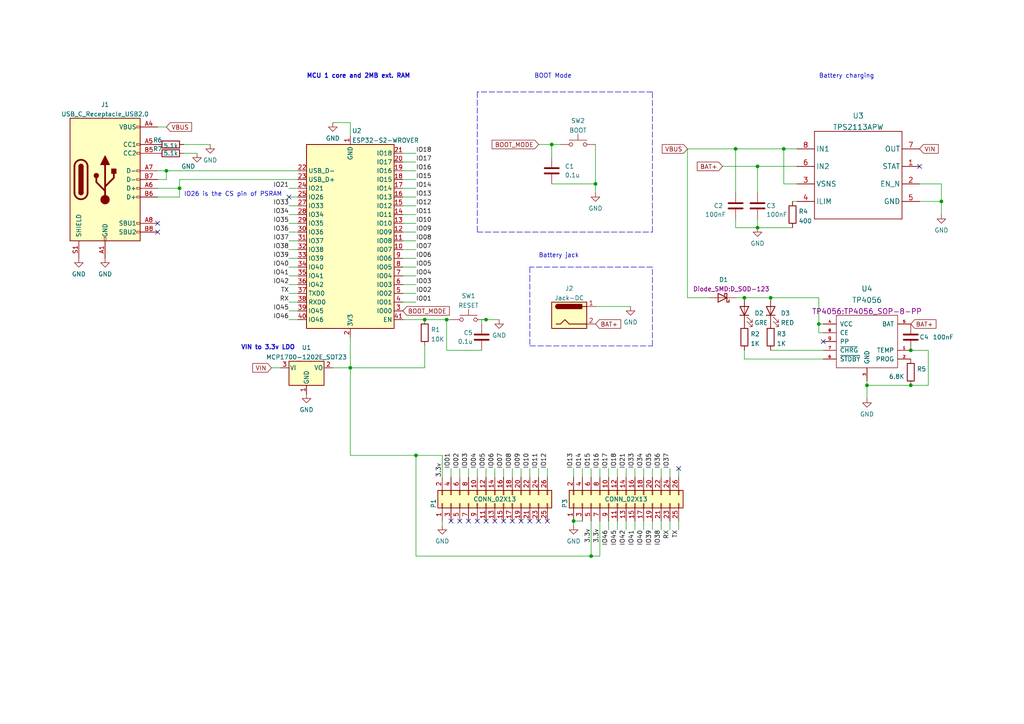
<source format=kicad_sch>
(kicad_sch (version 20211123) (generator eeschema)
  (paper "A4")
  (title_block (title "ESP32S2-WROVER dev board") (date "2022-02-01") (rev "V1.0") (company "FASANI CORP.") (comment 9 "Designed by Martin & Carlos Fasani"))
  (lib_symbols
    (symbol "Connector:Jack-DC" (pin_names (offset 1.016))
      (property "Reference" "J" (at 0 5.334 0))
      (property "Value" "Jack-DC" (at 0 -5.08 0))
      (symbol "Jack-DC_0_1"
        (rectangle (start -5.08 3.81) (end 5.08 -3.81) (stroke (width 0.254)) (fill (type background)))
        (arc (start -3.302 3.175) (mid -3.937 2.54) (end -3.302 1.905) (stroke (width 0.254)))
        (arc (start -3.302 3.175) (mid -3.937 2.54) (end -3.302 1.905) (stroke (width 0.254)) (fill (type outline)))
        (polyline (pts (xy 5.08 2.54) (xy 3.81 2.54)) (stroke (width 0.254)))
        (polyline (pts (xy -3.81 -2.54) (xy -2.54 -2.54) (xy -1.27 -1.27) (xy 0 -2.54) (xy 2.54 -2.54) (xy 5.08 -2.54)) (stroke (width 0.254)))
        (rectangle (start 3.683 3.175) (end -3.302 1.905) (stroke (width 0.254)) (fill (type outline)))
      )
      (symbol "Jack-DC_1_1"
        (pin passive line (at 7.62 2.54 180) (length 2.54) (name "~") (number "1"))
        (pin passive line (at 7.62 -2.54 180) (length 2.54) (name "~") (number "2"))
      )
    )
    (symbol "Connector:USB_C_Receptacle_USB2.0" (pin_names (offset 1.016))
      (property "Reference" "J1" (at 0 21.7465 0))
      (property "Value" "USB_C_Receptacle_USB2.0" (at 0 18.9714 0))
      (symbol "USB_C_Receptacle_USB2.0_0_0"
        (rectangle (start -0.254 -17.78) (end 0.254 -16.764))
        (rectangle (start 10.16 -14.986) (end 9.144 -15.494))
        (rectangle (start 10.16 -12.446) (end 9.144 -12.954))
        (rectangle (start 10.16 -4.826) (end 9.144 -5.334))
        (rectangle (start 10.16 -2.286) (end 9.144 -2.794))
        (rectangle (start 10.16 0.254) (end 9.144 -0.254))
        (rectangle (start 10.16 2.794) (end 9.144 2.286))
        (rectangle (start 10.16 7.874) (end 9.144 7.366))
        (rectangle (start 10.16 10.414) (end 9.144 9.906))
        (rectangle (start 10.16 15.494) (end 9.144 14.986))
      )
      (symbol "USB_C_Receptacle_USB2.0_0_1"
        (rectangle (start -10.16 17.78) (end 10.16 -17.78) (stroke (width 0.254)) (fill (type background)))
        (arc (start -8.89 -3.81) (mid -6.985 -5.715) (end -5.08 -3.81) (stroke (width 0.508)))
        (arc (start -7.62 -3.81) (mid -6.985 -4.445) (end -6.35 -3.81) (stroke (width 0.254)))
        (arc (start -7.62 -3.81) (mid -6.985 -4.445) (end -6.35 -3.81) (stroke (width 0.254)) (fill (type outline)))
        (rectangle (start -7.62 -3.81) (end -6.35 3.81) (stroke (width 0.254)) (fill (type outline)))
        (arc (start -6.35 3.81) (mid -6.985 4.445) (end -7.62 3.81) (stroke (width 0.254)))
        (arc (start -6.35 3.81) (mid -6.985 4.445) (end -7.62 3.81) (stroke (width 0.254)) (fill (type outline)))
        (arc (start -5.08 3.81) (mid -6.985 5.715) (end -8.89 3.81) (stroke (width 0.508)))
        (circle (center -2.54 1.143) (radius 0.635) (stroke (width 0.254)) (fill (type outline)))
        (circle (center 0 -5.842) (radius 1.27) (fill (type outline)))
        (polyline (pts (xy -8.89 -3.81) (xy -8.89 3.81)) (stroke (width 0.508)))
        (polyline (pts (xy -5.08 3.81) (xy -5.08 -3.81)) (stroke (width 0.508)))
        (polyline (pts (xy 0 -5.842) (xy 0 4.318)) (stroke (width 0.508)))
        (polyline (pts (xy 0 -3.302) (xy -2.54 -0.762) (xy -2.54 0.508)) (stroke (width 0.508)))
        (polyline (pts (xy 0 -2.032) (xy 2.54 0.508) (xy 2.54 1.778)) (stroke (width 0.508)))
        (polyline (pts (xy -1.27 4.318) (xy 0 6.858) (xy 1.27 4.318) (xy -1.27 4.318)) (stroke (width 0.254)) (fill (type outline)))
        (rectangle (start 1.905 1.778) (end 3.175 3.048) (stroke (width 0.254)) (fill (type outline)))
      )
      (symbol "USB_C_Receptacle_USB2.0_1_1"
        (pin passive line (at 0 -22.86 90) (length 5.08) (name "GND") (number "A1"))
        (pin passive line (at 0 -22.86 90) (length 5.08) hide (name "GND") (number "A12"))
        (pin passive line (at 15.24 15.24 180) (length 5.08) (name "VBUS") (number "A4"))
        (pin bidirectional line (at 15.24 10.16 180) (length 5.08) (name "CC1") (number "A5"))
        (pin bidirectional line (at 15.24 -2.54 180) (length 5.08) (name "D+") (number "A6"))
        (pin bidirectional line (at 15.24 2.54 180) (length 5.08) (name "D-") (number "A7"))
        (pin bidirectional line (at 15.24 -12.7 180) (length 5.08) (name "SBU1") (number "A8"))
        (pin power_out line (at 15.24 15.24 180) (length 5.08) hide (name "VBUS") (number "A9"))
        (pin passive line (at 0 -22.86 90) (length 5.08) hide (name "GND") (number "B1"))
        (pin passive line (at 0 -22.86 90) (length 5.08) hide (name "GND") (number "B12"))
        (pin passive line (at 15.24 15.24 180) (length 5.08) hide (name "VBUS") (number "B4"))
        (pin bidirectional line (at 15.24 7.62 180) (length 5.08) (name "CC2") (number "B5"))
        (pin bidirectional line (at 15.24 -5.08 180) (length 5.08) (name "D+") (number "B6"))
        (pin bidirectional line (at 15.24 0 180) (length 5.08) (name "D-") (number "B7"))
        (pin bidirectional line (at 15.24 -15.24 180) (length 5.08) (name "SBU2") (number "B8"))
        (pin passive line (at 15.24 15.24 180) (length 5.08) hide (name "VBUS") (number "B9"))
        (pin passive line (at -7.62 -22.86 90) (length 5.08) (name "SHIELD") (number "S1"))
      )
    )
    (symbol "Connector_Generic:Conn_02x13_Odd_Even" (pin_names (offset 1.016) hide)
      (property "Reference" "J" (at 1.27 17.78 0))
      (property "Value" "Conn_02x13_Odd_Even" (at 1.27 -17.78 0))
      (symbol "Conn_02x13_Odd_Even_1_1"
        (rectangle (start -1.27 -15.113) (end 0 -15.367) (stroke (width 0.1524)))
        (rectangle (start -1.27 -12.573) (end 0 -12.827) (stroke (width 0.1524)))
        (rectangle (start -1.27 -10.033) (end 0 -10.287) (stroke (width 0.1524)))
        (rectangle (start -1.27 -7.493) (end 0 -7.747) (stroke (width 0.1524)))
        (rectangle (start -1.27 -4.953) (end 0 -5.207) (stroke (width 0.1524)))
        (rectangle (start -1.27 -2.413) (end 0 -2.667) (stroke (width 0.1524)))
        (rectangle (start -1.27 0.127) (end 0 -0.127) (stroke (width 0.1524)))
        (rectangle (start -1.27 2.667) (end 0 2.413) (stroke (width 0.1524)))
        (rectangle (start -1.27 5.207) (end 0 4.953) (stroke (width 0.1524)))
        (rectangle (start -1.27 7.747) (end 0 7.493) (stroke (width 0.1524)))
        (rectangle (start -1.27 10.287) (end 0 10.033) (stroke (width 0.1524)))
        (rectangle (start -1.27 12.827) (end 0 12.573) (stroke (width 0.1524)))
        (rectangle (start -1.27 15.367) (end 0 15.113) (stroke (width 0.1524)))
        (rectangle (start -1.27 16.51) (end 3.81 -16.51) (stroke (width 0.254)) (fill (type background)))
        (rectangle (start 3.81 -15.113) (end 2.54 -15.367) (stroke (width 0.1524)))
        (rectangle (start 3.81 -12.573) (end 2.54 -12.827) (stroke (width 0.1524)))
        (rectangle (start 3.81 -10.033) (end 2.54 -10.287) (stroke (width 0.1524)))
        (rectangle (start 3.81 -7.493) (end 2.54 -7.747) (stroke (width 0.1524)))
        (rectangle (start 3.81 -4.953) (end 2.54 -5.207) (stroke (width 0.1524)))
        (rectangle (start 3.81 -2.413) (end 2.54 -2.667) (stroke (width 0.1524)))
        (rectangle (start 3.81 0.127) (end 2.54 -0.127) (stroke (width 0.1524)))
        (rectangle (start 3.81 2.667) (end 2.54 2.413) (stroke (width 0.1524)))
        (rectangle (start 3.81 5.207) (end 2.54 4.953) (stroke (width 0.1524)))
        (rectangle (start 3.81 7.747) (end 2.54 7.493) (stroke (width 0.1524)))
        (rectangle (start 3.81 10.287) (end 2.54 10.033) (stroke (width 0.1524)))
        (rectangle (start 3.81 12.827) (end 2.54 12.573) (stroke (width 0.1524)))
        (rectangle (start 3.81 15.367) (end 2.54 15.113) (stroke (width 0.1524)))
        (pin passive line (at -5.08 15.24 0) (length 3.81) (name "Pin_1") (number "1"))
        (pin passive line (at 7.62 5.08 180) (length 3.81) (name "Pin_10") (number "10"))
        (pin passive line (at -5.08 2.54 0) (length 3.81) (name "Pin_11") (number "11"))
        (pin passive line (at 7.62 2.54 180) (length 3.81) (name "Pin_12") (number "12"))
        (pin passive line (at -5.08 0 0) (length 3.81) (name "Pin_13") (number "13"))
        (pin passive line (at 7.62 0 180) (length 3.81) (name "Pin_14") (number "14"))
        (pin passive line (at -5.08 -2.54 0) (length 3.81) (name "Pin_15") (number "15"))
        (pin passive line (at 7.62 -2.54 180) (length 3.81) (name "Pin_16") (number "16"))
        (pin passive line (at -5.08 -5.08 0) (length 3.81) (name "Pin_17") (number "17"))
        (pin passive line (at 7.62 -5.08 180) (length 3.81) (name "Pin_18") (number "18"))
        (pin passive line (at -5.08 -7.62 0) (length 3.81) (name "Pin_19") (number "19"))
        (pin passive line (at 7.62 15.24 180) (length 3.81) (name "Pin_2") (number "2"))
        (pin passive line (at 7.62 -7.62 180) (length 3.81) (name "Pin_20") (number "20"))
        (pin passive line (at -5.08 -10.16 0) (length 3.81) (name "Pin_21") (number "21"))
        (pin passive line (at 7.62 -10.16 180) (length 3.81) (name "Pin_22") (number "22"))
        (pin passive line (at -5.08 -12.7 0) (length 3.81) (name "Pin_23") (number "23"))
        (pin passive line (at 7.62 -12.7 180) (length 3.81) (name "Pin_24") (number "24"))
        (pin passive line (at -5.08 -15.24 0) (length 3.81) (name "Pin_25") (number "25"))
        (pin passive line (at 7.62 -15.24 180) (length 3.81) (name "Pin_26") (number "26"))
        (pin passive line (at -5.08 12.7 0) (length 3.81) (name "Pin_3") (number "3"))
        (pin passive line (at 7.62 12.7 180) (length 3.81) (name "Pin_4") (number "4"))
        (pin passive line (at -5.08 10.16 0) (length 3.81) (name "Pin_5") (number "5"))
        (pin passive line (at 7.62 10.16 180) (length 3.81) (name "Pin_6") (number "6"))
        (pin passive line (at -5.08 7.62 0) (length 3.81) (name "Pin_7") (number "7"))
        (pin passive line (at 7.62 7.62 180) (length 3.81) (name "Pin_8") (number "8"))
        (pin passive line (at -5.08 5.08 0) (length 3.81) (name "Pin_9") (number "9"))
      )
    )
    (symbol "Device:C" (pin_numbers hide) (pin_names (offset 0.254))
      (property "Reference" "C" (at 0.635 2.54 0))
      (property "Value" "C" (at 0.635 -2.54 0))
      (symbol "C_0_1"
        (polyline (pts (xy -2.032 -0.762) (xy 2.032 -0.762)) (stroke (width 0.508)))
        (polyline (pts (xy -2.032 0.762) (xy 2.032 0.762)) (stroke (width 0.508)))
      )
      (symbol "C_1_1"
        (pin passive line (at 0 3.81 270) (length 2.794) (name "~") (number "1"))
        (pin passive line (at 0 -3.81 90) (length 2.794) (name "~") (number "2"))
      )
    )
    (symbol "Device:D_Schottky" (pin_numbers hide) (pin_names (offset 1.016) hide)
      (property "Reference" "D" (at 0 2.54 0))
      (property "Value" "D_Schottky" (at 0 -2.54 0))
      (symbol "D_Schottky_0_1"
        (polyline (pts (xy 1.27 0) (xy -1.27 0)))
        (polyline (pts (xy 1.27 1.27) (xy 1.27 -1.27) (xy -1.27 0) (xy 1.27 1.27)) (stroke (width 0.254)))
        (polyline (pts (xy -1.905 0.635) (xy -1.905 1.27) (xy -1.27 1.27) (xy -1.27 -1.27) (xy -0.635 -1.27) (xy -0.635 -0.635)) (stroke (width 0.254)))
      )
      (symbol "D_Schottky_1_1"
        (pin passive line (at -3.81 0 0) (length 2.54) (name "K") (number "1"))
        (pin passive line (at 3.81 0 180) (length 2.54) (name "A") (number "2"))
      )
    )
    (symbol "Device:LED" (pin_numbers hide) (pin_names (offset 1.016) hide)
      (property "Reference" "D" (at 0 2.54 0))
      (property "Value" "LED" (at 0 -2.54 0))
      (symbol "LED_0_1"
        (polyline (pts (xy -1.27 -1.27) (xy -1.27 1.27)) (stroke (width 0.254)))
        (polyline (pts (xy -1.27 0) (xy 1.27 0)))
        (polyline (pts (xy 1.27 -1.27) (xy 1.27 1.27) (xy -1.27 0) (xy 1.27 -1.27)) (stroke (width 0.254)))
        (polyline (pts (xy -3.048 -0.762) (xy -4.572 -2.286) (xy -3.81 -2.286) (xy -4.572 -2.286) (xy -4.572 -1.524)))
        (polyline (pts (xy -1.778 -0.762) (xy -3.302 -2.286) (xy -2.54 -2.286) (xy -3.302 -2.286) (xy -3.302 -1.524)))
      )
      (symbol "LED_1_1"
        (pin passive line (at -3.81 0 0) (length 2.54) (name "K") (number "1"))
        (pin passive line (at 3.81 0 180) (length 2.54) (name "A") (number "2"))
      )
    )
    (symbol "Device:R" (pin_numbers hide) (pin_names (offset 0))
      (property "Reference" "R" (at 2.032 0 90))
      (property "Value" "R" (at 0 0 90))
      (symbol "R_0_1"
        (rectangle (start -1.016 -2.54) (end 1.016 2.54) (stroke (width 0.254)))
      )
      (symbol "R_1_1"
        (pin passive line (at 0 3.81 270) (length 1.27) (name "~") (number "1"))
        (pin passive line (at 0 -3.81 90) (length 1.27) (name "~") (number "2"))
      )
    )
    (symbol "RF_Module:ESP32-S2-WROVER"
      (property "Reference" "U" (at -12.7 29.21 0))
      (property "Value" "ESP32-S2-WROVER" (at 2.54 29.21 0))
      (symbol "ESP32-S2-WROVER_0_1"
        (rectangle (start -12.7 27.94) (end 12.7 -25.4) (stroke (width 0.254)) (fill (type background)))
      )
      (symbol "ESP32-S2-WROVER_1_1"
        (pin power_in line (at 0 -27.94 90) (length 2.54) (name "GND") (number "1"))
        (pin bidirectional line (at -15.24 5.08 0) (length 2.54) (name "IO07") (number "10"))
        (pin bidirectional line (at -15.24 2.54 0) (length 2.54) (name "IO08") (number "11"))
        (pin bidirectional line (at -15.24 0 0) (length 2.54) (name "IO09") (number "12"))
        (pin bidirectional line (at -15.24 -2.54 0) (length 2.54) (name "IO10") (number "13"))
        (pin bidirectional line (at -15.24 -5.08 0) (length 2.54) (name "IO11") (number "14"))
        (pin bidirectional line (at -15.24 -7.62 0) (length 2.54) (name "IO12") (number "15"))
        (pin bidirectional line (at -15.24 -10.16 0) (length 2.54) (name "IO13") (number "16"))
        (pin bidirectional line (at -15.24 -12.7 0) (length 2.54) (name "IO14") (number "17"))
        (pin bidirectional line (at -15.24 -15.24 0) (length 2.54) (name "IO15") (number "18"))
        (pin bidirectional line (at -15.24 -17.78 0) (length 2.54) (name "IO16") (number "19"))
        (pin power_in line (at 0 30.48 270) (length 2.54) (name "3V3") (number "2"))
        (pin bidirectional line (at -15.24 -20.32 0) (length 2.54) (name "IO17") (number "20"))
        (pin bidirectional line (at -15.24 -22.86 0) (length 2.54) (name "IO18") (number "21"))
        (pin bidirectional line (at 15.24 -17.78 180) (length 2.54) (name "USB_D-") (number "22"))
        (pin bidirectional line (at 15.24 -15.24 180) (length 2.54) (name "USB_D+") (number "23"))
        (pin bidirectional line (at 15.24 -12.7 180) (length 2.54) (name "IO21") (number "24"))
        (pin bidirectional line (at 15.24 -10.16 180) (length 2.54) (name "IO26") (number "25"))
        (pin passive line (at 0 -27.94 90) (length 2.54) hide (name "GND") (number "26"))
        (pin bidirectional line (at 15.24 -7.62 180) (length 2.54) (name "IO33") (number "27"))
        (pin bidirectional line (at 15.24 -5.08 180) (length 2.54) (name "IO34") (number "28"))
        (pin bidirectional line (at 15.24 -2.54 180) (length 2.54) (name "IO35") (number "29"))
        (pin bidirectional line (at -15.24 22.86 0) (length 2.54) (name "IO00") (number "3"))
        (pin bidirectional line (at 15.24 0 180) (length 2.54) (name "IO36") (number "30"))
        (pin bidirectional line (at 15.24 2.54 180) (length 2.54) (name "IO37") (number "31"))
        (pin bidirectional line (at 15.24 5.08 180) (length 2.54) (name "IO38") (number "32"))
        (pin bidirectional line (at 15.24 7.62 180) (length 2.54) (name "IO39") (number "33"))
        (pin bidirectional line (at 15.24 10.16 180) (length 2.54) (name "IO40") (number "34"))
        (pin bidirectional line (at 15.24 12.7 180) (length 2.54) (name "IO41") (number "35"))
        (pin bidirectional line (at 15.24 15.24 180) (length 2.54) (name "IO42") (number "36"))
        (pin bidirectional line (at 15.24 17.78 180) (length 2.54) (name "TXD0") (number "37"))
        (pin bidirectional line (at 15.24 20.32 180) (length 2.54) (name "RXD0") (number "38"))
        (pin bidirectional line (at 15.24 22.86 180) (length 2.54) (name "IO45") (number "39"))
        (pin bidirectional line (at -15.24 20.32 0) (length 2.54) (name "IO01") (number "4"))
        (pin input line (at 15.24 25.4 180) (length 2.54) (name "IO46") (number "40"))
        (pin input line (at -15.24 25.4 0) (length 2.54) (name "EN") (number "41"))
        (pin passive line (at 0 -27.94 90) (length 2.54) hide (name "GND") (number "42"))
        (pin passive line (at 0 -27.94 90) (length 2.54) hide (name "GND") (number "43"))
        (pin bidirectional line (at -15.24 17.78 0) (length 2.54) (name "IO02") (number "5"))
        (pin bidirectional line (at -15.24 15.24 0) (length 2.54) (name "IO03") (number "6"))
        (pin bidirectional line (at -15.24 12.7 0) (length 2.54) (name "IO04") (number "7"))
        (pin bidirectional line (at -15.24 10.16 0) (length 2.54) (name "IO05") (number "8"))
        (pin bidirectional line (at -15.24 7.62 0) (length 2.54) (name "IO06") (number "9"))
      )
    )
    (symbol "Regulator_Linear:MCP1700-1202E_SOT23" (pin_names (offset 0.254))
      (property "Reference" "U" (at -3.81 3.175 0))
      (property "Value" "MCP1700-1202E_SOT23" (at 0 3.175 0))
      (symbol "MCP1700-1202E_SOT23_0_1"
        (rectangle (start -5.08 1.905) (end 5.08 -5.08) (stroke (width 0.254)) (fill (type background)))
      )
      (symbol "MCP1700-1202E_SOT23_1_1"
        (pin power_in line (at 0 -7.62 90) (length 2.54) (name "GND") (number "1"))
        (pin power_out line (at 7.62 0 180) (length 2.54) (name "VO") (number "2"))
        (pin power_in line (at -7.62 0 0) (length 2.54) (name "VI") (number "3"))
      )
    )
    (symbol "Switch:SW_Push" (pin_numbers hide) (pin_names (offset 1.016) hide)
      (property "Reference" "SW" (at 1.27 2.54 0))
      (property "Value" "SW_Push" (at 0 -1.524 0))
      (symbol "SW_Push_0_1"
        (circle (center -2.032 0) (radius 0.508))
        (polyline (pts (xy 0 1.27) (xy 0 3.048)))
        (polyline (pts (xy 2.54 1.27) (xy -2.54 1.27)))
        (circle (center 2.032 0) (radius 0.508))
        (pin passive line (at -5.08 0 0) (length 2.54) (name "1") (number "1"))
        (pin passive line (at 5.08 0 180) (length 2.54) (name "2") (number "2"))
      )
    )
    (symbol "epd_breakout:TPS2113APW"
      (property "Reference" "U3" (at 0 17.2055 0))
      (property "Value" "TPS2113APW" (at 0 13.9265 0))
      (symbol "TPS2113APW_1_1"
        (polyline (pts (xy -12.7 -12.7) (xy 12.7 -12.7)) (stroke (width 0.2032)))
        (polyline (pts (xy -12.7 12.7) (xy -12.7 -12.7)) (stroke (width 0.2032)))
        (polyline (pts (xy 12.7 -12.7) (xy 12.7 12.7)) (stroke (width 0.2032)))
        (polyline (pts (xy 12.7 12.7) (xy -12.7 12.7)) (stroke (width 0.2032)))
        (pin tri_state line (at 17.78 2.54 180) (length 5.08) (name "STAT") (number "1"))
        (pin input line (at 17.78 -2.54 180) (length 5.08) (name "EN_N") (number "2"))
        (pin input line (at -17.78 -2.54 0) (length 5.08) (name "VSNS") (number "3"))
        (pin input line (at -17.78 -7.62 0) (length 5.08) (name "ILIM") (number "4"))
        (pin power_in line (at 17.78 -7.62 180) (length 5.08) (name "GND") (number "5"))
        (pin power_in line (at -17.78 2.54 0) (length 5.08) (name "IN2") (number "6"))
        (pin power_out line (at 17.78 7.62 180) (length 5.08) (name "OUT") (number "7"))
        (pin power_in line (at -17.78 7.62 0) (length 5.08) (name "IN1") (number "8"))
      )
    )
    (symbol "power:GND" (power) (pin_names (offset 0))
      (property "Value" "GND" (at 0 -3.81 0))
      (symbol "GND_0_1"
        (polyline (pts (xy 0 0) (xy 0 -1.27) (xy 1.27 -1.27) (xy 0 -2.54) (xy -1.27 -1.27) (xy 0 -1.27)))
      )
      (symbol "GND_1_1"
        (pin power_in line (at 0 0 270) (length 0) hide (name "GND") (number "1"))
      )
    )
    (symbol "tp4056:TP4056" (pin_names (offset 1.016))
      (property "Reference" "U" (at -8.89 10.16 0))
      (property "Value" "TP4056" (at 8.89 10.16 0))
      (symbol "TP4056_0_1"
        (rectangle (start -8.89 8.89) (end 8.89 -6.35))
      )
      (symbol "TP4056_1_1"
        (pin passive line (at 12.7 -1.27 180) (length 3.81) (name "TEMP") (number "1"))
        (pin passive line (at 12.7 -3.81 180) (length 3.81) (name "PROG") (number "2"))
        (pin power_in line (at 0 -10.16 90) (length 3.81) (name "GND") (number "3"))
        (pin power_in line (at -12.7 6.35 0) (length 3.81) (name "VCC") (number "4"))
        (pin power_out line (at 12.7 6.35 180) (length 3.81) (name "BAT") (number "5"))
        (pin open_collector line (at -12.7 -3.81 0) (length 3.81) (name "~{STDBY}") (number "6"))
        (pin open_collector line (at -12.7 -1.27 0) (length 3.81) (name "~{CHRG}") (number "7"))
        (pin input line (at -12.7 3.81 0) (length 3.81) (name "CE") (number "8"))
        (pin input line (at -12.7 1.27 0) (length 3.81) (name "PP") (number "9"))
      )
    )
  )
  (junction (at 227.33 43.18))
  (junction (at 101.6 106.68))
  (junction (at 264.16 101.6))
  (junction (at 129.54 92.71))
  (junction (at 160.02 41.91))
  (junction (at 123.19 92.71))
  (junction (at 48.26 49.53))
  (junction (at 223.52 86.36))
  (junction (at 264.16 111.76))
  (junction (at 215.9 86.36))
  (junction (at 140.97 92.71))
  (junction (at 237.49 93.98))
  (junction (at 120.65 132.08))
  (junction (at 219.71 48.26))
  (junction (at 171.45 161.29))
  (junction (at 219.71 66.04))
  (junction (at 172.72 53.34))
  (junction (at 251.46 111.76))
  (junction (at 213.36 43.18))
  (junction (at 52.07 54.61))
  (junction (at 166.37 151.13))
  (junction (at 273.05 58.42))
  (no_connect (at 266.7 48.26))
  (no_connect (at 130.81 151.13))
  (no_connect (at 133.35 151.13))
  (no_connect (at 135.89 151.13))
  (no_connect (at 148.59 151.13))
  (no_connect (at 151.13 151.13))
  (no_connect (at 153.67 151.13))
  (no_connect (at 156.21 151.13))
  (no_connect (at 158.75 151.13))
  (no_connect (at 138.43 151.13))
  (no_connect (at 140.97 151.13))
  (no_connect (at 143.51 151.13))
  (no_connect (at 146.05 151.13))
  (no_connect (at 238.76 99.06))
  (no_connect (at 83.82 57.15))
  (no_connect (at 45.72 67.31))
  (no_connect (at 45.72 64.77))
  (no_connect (at 196.85 135.89))
  (wire (pts (xy 101.6 35.56) (xy 101.6 39.37)))
  (wire (pts (xy 123.19 106.68) (xy 101.6 106.68)))
  (wire (pts (xy 45.72 57.15) (xy 52.07 57.15)))
  (wire (pts (xy 129.54 92.71) (xy 129.54 101.6)))
  (wire (pts (xy 83.82 57.15) (xy 86.36 57.15)))
  (polyline (pts (xy 153.67 77.47) (xy 153.67 80.01)))
  (wire (pts (xy 181.61 153.67) (xy 181.61 151.13)))
  (wire (pts (xy 251.46 111.76) (xy 251.46 115.57)))
  (wire (pts (xy 171.45 161.29) (xy 173.99 161.29)))
  (wire (pts (xy 148.59 135.89) (xy 148.59 138.43)))
  (wire (pts (xy 130.81 135.89) (xy 130.81 138.43)))
  (wire (pts (xy 209.55 48.26) (xy 219.71 48.26)))
  (wire (pts (xy 166.37 151.13) (xy 168.91 151.13)))
  (wire (pts (xy 251.46 110.49) (xy 251.46 111.76)))
  (wire (pts (xy 269.24 101.6) (xy 269.24 111.76)))
  (wire (pts (xy 223.52 101.6) (xy 238.76 101.6)))
  (wire (pts (xy 120.65 72.39) (xy 116.84 72.39)))
  (wire (pts (xy 140.97 135.89) (xy 140.97 138.43)))
  (wire (pts (xy 120.65 87.63) (xy 116.84 87.63)))
  (wire (pts (xy 199.39 86.36) (xy 205.74 86.36)))
  (wire (pts (xy 171.45 135.89) (xy 171.45 138.43)))
  (wire (pts (xy 48.26 49.53) (xy 86.36 49.53)))
  (wire (pts (xy 238.76 104.14) (xy 215.9 104.14)))
  (wire (pts (xy 237.49 96.52) (xy 237.49 93.98)))
  (wire (pts (xy 223.52 86.36) (xy 237.49 86.36)))
  (wire (pts (xy 52.07 57.15) (xy 52.07 54.61)))
  (wire (pts (xy 173.99 135.89) (xy 173.99 138.43)))
  (wire (pts (xy 194.31 153.67) (xy 194.31 151.13)))
  (wire (pts (xy 186.69 135.89) (xy 186.69 138.43)))
  (wire (pts (xy 53.34 41.91) (xy 60.96 41.91)))
  (wire (pts (xy 135.89 135.89) (xy 135.89 138.43)))
  (wire (pts (xy 83.82 87.63) (xy 86.36 87.63)))
  (polyline (pts (xy 138.43 26.67) (xy 138.43 67.31)))
  (wire (pts (xy 173.99 161.29) (xy 173.99 151.13)))
  (polyline (pts (xy 189.23 100.33) (xy 189.23 77.47)))
  (wire (pts (xy 172.72 41.91) (xy 172.72 53.34)))
  (wire (pts (xy 199.39 43.18) (xy 213.36 43.18)))
  (wire (pts (xy 133.35 135.89) (xy 133.35 138.43)))
  (wire (pts (xy 186.69 153.67) (xy 186.69 151.13)))
  (wire (pts (xy 120.65 80.01) (xy 116.84 80.01)))
  (wire (pts (xy 237.49 93.98) (xy 238.76 93.98)))
  (wire (pts (xy 273.05 53.34) (xy 273.05 58.42)))
  (wire (pts (xy 83.82 90.17) (xy 86.36 90.17)))
  (wire (pts (xy 128.27 151.13) (xy 128.27 152.4)))
  (wire (pts (xy 48.26 52.07) (xy 48.26 49.53)))
  (wire (pts (xy 120.65 85.09) (xy 116.84 85.09)))
  (wire (pts (xy 83.82 67.31) (xy 86.36 67.31)))
  (wire (pts (xy 176.53 153.67) (xy 176.53 151.13)))
  (wire (pts (xy 45.72 52.07) (xy 48.26 52.07)))
  (wire (pts (xy 181.61 135.89) (xy 181.61 138.43)))
  (wire (pts (xy 120.65 46.99) (xy 116.84 46.99)))
  (polyline (pts (xy 189.23 77.47) (xy 153.67 77.47)))
  (wire (pts (xy 229.87 66.04) (xy 219.71 66.04)))
  (wire (pts (xy 191.77 135.89) (xy 191.77 138.43)))
  (wire (pts (xy 156.21 135.89) (xy 156.21 138.43)))
  (wire (pts (xy 83.82 64.77) (xy 86.36 64.77)))
  (wire (pts (xy 227.33 53.34) (xy 227.33 43.18)))
  (wire (pts (xy 120.65 64.77) (xy 116.84 64.77)))
  (wire (pts (xy 120.65 82.55) (xy 116.84 82.55)))
  (wire (pts (xy 176.53 135.89) (xy 176.53 138.43)))
  (wire (pts (xy 128.27 132.08) (xy 128.27 138.43)))
  (wire (pts (xy 120.65 62.23) (xy 116.84 62.23)))
  (wire (pts (xy 120.65 69.85) (xy 116.84 69.85)))
  (wire (pts (xy 120.65 77.47) (xy 116.84 77.47)))
  (wire (pts (xy 238.76 96.52) (xy 237.49 96.52)))
  (wire (pts (xy 83.82 74.93) (xy 86.36 74.93)))
  (wire (pts (xy 269.24 111.76) (xy 264.16 111.76)))
  (wire (pts (xy 96.52 106.68) (xy 101.6 106.68)))
  (wire (pts (xy 146.05 135.89) (xy 146.05 138.43)))
  (wire (pts (xy 83.82 62.23) (xy 86.36 62.23)))
  (wire (pts (xy 120.65 52.07) (xy 116.84 52.07)))
  (wire (pts (xy 269.24 101.6) (xy 264.16 101.6)))
  (wire (pts (xy 237.49 93.98) (xy 237.49 86.36)))
  (wire (pts (xy 120.65 59.69) (xy 116.84 59.69)))
  (wire (pts (xy 45.72 36.83) (xy 48.26 36.83)))
  (wire (pts (xy 179.07 153.67) (xy 179.07 151.13)))
  (wire (pts (xy 123.19 100.33) (xy 123.19 106.68)))
  (wire (pts (xy 120.65 132.08) (xy 128.27 132.08)))
  (wire (pts (xy 101.6 106.68) (xy 101.6 97.79)))
  (wire (pts (xy 213.36 66.04) (xy 213.36 63.5)))
  (wire (pts (xy 219.71 66.04) (xy 213.36 66.04)))
  (wire (pts (xy 160.02 45.72) (xy 160.02 41.91)))
  (wire (pts (xy 96.52 35.56) (xy 101.6 35.56)))
  (wire (pts (xy 184.15 135.89) (xy 184.15 138.43)))
  (polyline (pts (xy 153.67 100.33) (xy 189.23 100.33)))
  (wire (pts (xy 129.54 101.6) (xy 139.7 101.6)))
  (wire (pts (xy 215.9 86.36) (xy 223.52 86.36)))
  (wire (pts (xy 189.23 153.67) (xy 189.23 151.13)))
  (wire (pts (xy 138.43 135.89) (xy 138.43 138.43)))
  (wire (pts (xy 215.9 104.14) (xy 215.9 101.6)))
  (wire (pts (xy 213.36 86.36) (xy 215.9 86.36)))
  (wire (pts (xy 266.7 58.42) (xy 273.05 58.42)))
  (wire (pts (xy 53.34 44.45) (xy 57.15 44.45)))
  (wire (pts (xy 156.21 41.91) (xy 160.02 41.91)))
  (wire (pts (xy 101.6 132.08) (xy 101.6 106.68)))
  (wire (pts (xy 45.72 49.53) (xy 48.26 49.53)))
  (wire (pts (xy 266.7 53.34) (xy 273.05 53.34)))
  (wire (pts (xy 172.72 88.9) (xy 182.88 88.9)))
  (wire (pts (xy 194.31 135.89) (xy 194.31 138.43)))
  (wire (pts (xy 83.82 77.47) (xy 86.36 77.47)))
  (wire (pts (xy 171.45 151.13) (xy 171.45 161.29)))
  (wire (pts (xy 120.65 44.45) (xy 116.84 44.45)))
  (wire (pts (xy 83.82 80.01) (xy 86.36 80.01)))
  (wire (pts (xy 166.37 135.89) (xy 166.37 138.43)))
  (wire (pts (xy 160.02 41.91) (xy 162.56 41.91)))
  (wire (pts (xy 229.87 58.42) (xy 231.14 58.42)))
  (wire (pts (xy 83.82 59.69) (xy 86.36 59.69)))
  (wire (pts (xy 83.82 54.61) (xy 86.36 54.61)))
  (wire (pts (xy 231.14 53.34) (xy 227.33 53.34)))
  (wire (pts (xy 273.05 58.42) (xy 273.05 62.23)))
  (wire (pts (xy 120.65 132.08) (xy 120.65 161.29)))
  (wire (pts (xy 120.65 74.93) (xy 116.84 74.93)))
  (wire (pts (xy 140.97 92.71) (xy 144.78 92.71)))
  (wire (pts (xy 158.75 135.89) (xy 158.75 138.43)))
  (wire (pts (xy 196.85 153.67) (xy 196.85 151.13)))
  (wire (pts (xy 120.65 57.15) (xy 116.84 57.15)))
  (wire (pts (xy 83.82 82.55) (xy 86.36 82.55)))
  (wire (pts (xy 196.85 135.89) (xy 196.85 138.43)))
  (wire (pts (xy 120.65 161.29) (xy 171.45 161.29)))
  (wire (pts (xy 227.33 43.18) (xy 231.14 43.18)))
  (wire (pts (xy 151.13 135.89) (xy 151.13 138.43)))
  (wire (pts (xy 166.37 152.4) (xy 166.37 151.13)))
  (polyline (pts (xy 189.23 26.67) (xy 138.43 26.67)))
  (wire (pts (xy 83.82 72.39) (xy 86.36 72.39)))
  (polyline (pts (xy 138.43 67.31) (xy 189.23 67.31)))
  (wire (pts (xy 83.82 69.85) (xy 86.36 69.85)))
  (wire (pts (xy 143.51 135.89) (xy 143.51 138.43)))
  (wire (pts (xy 153.67 135.89) (xy 153.67 138.43)))
  (polyline (pts (xy 189.23 67.31) (xy 189.23 26.67)))
  (wire (pts (xy 101.6 132.08) (xy 120.65 132.08)))
  (wire (pts (xy 120.65 67.31) (xy 116.84 67.31)))
  (wire (pts (xy 219.71 66.04) (xy 219.71 63.5)))
  (wire (pts (xy 129.54 92.71) (xy 130.81 92.71)))
  (wire (pts (xy 219.71 48.26) (xy 231.14 48.26)))
  (wire (pts (xy 172.72 53.34) (xy 172.72 55.88)))
  (wire (pts (xy 160.02 53.34) (xy 172.72 53.34)))
  (wire (pts (xy 123.19 92.71) (xy 129.54 92.71)))
  (wire (pts (xy 189.23 135.89) (xy 189.23 138.43)))
  (wire (pts (xy 168.91 135.89) (xy 168.91 138.43)))
  (wire (pts (xy 116.84 92.71) (xy 123.19 92.71)))
  (wire (pts (xy 213.36 43.18) (xy 213.36 55.88)))
  (wire (pts (xy 120.65 49.53) (xy 116.84 49.53)))
  (polyline (pts (xy 153.67 80.01) (xy 153.67 100.33)))
  (wire (pts (xy 45.72 54.61) (xy 52.07 54.61)))
  (wire (pts (xy 52.07 54.61) (xy 52.07 52.07)))
  (wire (pts (xy 83.82 92.71) (xy 86.36 92.71)))
  (wire (pts (xy 139.7 93.98) (xy 139.7 92.71)))
  (wire (pts (xy 179.07 135.89) (xy 179.07 138.43)))
  (wire (pts (xy 184.15 153.67) (xy 184.15 151.13)))
  (wire (pts (xy 213.36 43.18) (xy 227.33 43.18)))
  (wire (pts (xy 78.74 106.68) (xy 81.28 106.68)))
  (wire (pts (xy 264.16 111.76) (xy 251.46 111.76)))
  (wire (pts (xy 120.65 54.61) (xy 116.84 54.61)))
  (wire (pts (xy 83.82 85.09) (xy 86.36 85.09)))
  (wire (pts (xy 191.77 153.67) (xy 191.77 151.13)))
  (wire (pts (xy 199.39 43.18) (xy 199.39 86.36)))
  (wire (pts (xy 52.07 52.07) (xy 86.36 52.07)))
  (wire (pts (xy 219.71 48.26) (xy 219.71 55.88)))
  (wire (pts (xy 139.7 92.71) (xy 140.97 92.71)))
  (text "Battery charging" (at 237.49 22.86 0) (effects (font (size 1.27 1.27)) (justify left bottom)))
  (text "Battery jack" (at 156.21 74.93 0) (effects (font (size 1.27 1.27)) (justify left bottom)))
  (text "BOOT Mode" (at 154.94 22.86 0) (effects (font (size 1.27 1.27)) (justify left bottom)))
  (text "MCU 1 core and 2MB ext. RAM" (at 88.9 22.86 0) (effects (font (size 1.27 1.27) (thickness 0.254) bold) (justify left bottom)))
  (text "IO26 is the CS pin of PSRAM" (at 53.34 57.15 0) (effects (font (size 1.27 1.27)) (justify left bottom)))
  (text "VIN to 3.3v LDO" (at 69.85 101.6 0) (effects (font (size 1.27 1.27) (thickness 0.254) bold) (justify left bottom)))
  (label "RX" (at 83.82 87.63 180))
  (label "TX" (at 196.85 153.67 270))
  (label "IO07" (at 146.05 135.89 90))
  (label "IO39" (at 83.82 74.93 180))
  (label "IO14" (at 168.91 135.89 90))
  (label "IO37" (at 194.31 135.89 90))
  (label "IO09" (at 151.13 135.89 90))
  (label "IO46" (at 83.82 92.71 180))
  (label "IO42" (at 181.61 153.67 270))
  (label "IO41" (at 184.15 153.67 270))
  (label "IO14" (at 120.65 54.61 0))
  (label "IO03" (at 120.65 82.55 0))
  (label "RX" (at 194.31 153.67 270))
  (label "IO12" (at 158.75 135.89 90))
  (label "IO13" (at 166.37 135.89 90))
  (label "3.3v" (at 171.45 157.48 90))
  (label "IO36" (at 83.82 67.31 180))
  (label "IO18" (at 120.65 44.45 0))
  (label "IO04" (at 120.65 80.01 0))
  (label "IO17" (at 120.65 46.99 0))
  (label "3.3v" (at 173.99 157.48 90))
  (label "IO12" (at 120.65 59.69 0))
  (label "IO39" (at 189.23 153.67 270))
  (label "IO38" (at 83.82 72.39 180))
  (label "IO21" (at 83.82 54.61 180))
  (label "IO34" (at 83.82 62.23 180))
  (label "IO06" (at 120.65 74.93 0))
  (label "IO05" (at 140.97 135.89 90))
  (label "IO02" (at 133.35 135.89 90))
  (label "IO16" (at 173.99 135.89 90))
  (label "IO33" (at 184.15 135.89 90))
  (label "IO01" (at 120.65 87.63 0))
  (label "IO38" (at 191.77 153.67 270))
  (label "IO01" (at 130.81 135.89 90))
  (label "IO40" (at 83.82 77.47 180))
  (label "IO07" (at 120.65 72.39 0))
  (label "IO08" (at 120.65 69.85 0))
  (label "IO42" (at 83.82 82.55 180))
  (label "IO35" (at 189.23 135.89 90))
  (label "IO35" (at 83.82 64.77 180))
  (label "IO34" (at 186.69 135.89 90))
  (label "IO02" (at 120.65 85.09 0))
  (label "IO04" (at 138.43 135.89 90))
  (label "IO45" (at 83.82 90.17 180))
  (label "IO18" (at 179.07 135.89 90))
  (label "IO15" (at 120.65 52.07 0))
  (label "IO09" (at 120.65 67.31 0))
  (label "IO46" (at 176.53 153.67 270))
  (label "IO21" (at 181.61 135.89 90))
  (label "IO13" (at 120.65 57.15 0))
  (label "IO08" (at 148.59 135.89 90))
  (label "IO45" (at 179.07 153.67 270))
  (label "IO37" (at 83.82 69.85 180))
  (label "IO10" (at 120.65 64.77 0))
  (label "IO10" (at 153.67 135.89 90))
  (label "IO15" (at 171.45 135.89 90))
  (label "TX" (at 83.82 85.09 180))
  (label "IO06" (at 143.51 135.89 90))
  (label "IO40" (at 186.69 153.67 270))
  (label "3.3v" (at 128.27 138.43 90))
  (label "IO41" (at 83.82 80.01 180))
  (label "IO05" (at 120.65 77.47 0))
  (label "IO33" (at 83.82 59.69 180))
  (label "IO11" (at 120.65 62.23 0))
  (label "IO03" (at 135.89 135.89 90))
  (label "IO11" (at 156.21 135.89 90))
  (label "IO17" (at 176.53 135.89 90))
  (label "IO16" (at 120.65 49.53 0))
  (label "IO36" (at 191.77 135.89 90))
  (global_label "BAT+" (shape input) (at 264.16 93.98 0) (property "Intersheet References" "${INTERSHEET_REFS}" (effects hide)))
  (global_label "BAT+" (shape input) (at 209.55 48.26 180) (property "Intersheet References" "${INTERSHEET_REFS}" (effects hide)))
  (global_label "BOOT_MODE" (shape input) (at 116.84 90.17 0) (property "Intersheet References" "${INTERSHEET_REFS}" (effects hide)))
  (global_label "VIN" (shape input) (at 266.7 43.18 0) (property "Intersheet References" "${INTERSHEET_REFS}" (effects hide)))
  (global_label "BAT+" (shape input) (at 172.72 93.98 0) (property "Intersheet References" "${INTERSHEET_REFS}" (effects hide)))
  (global_label "VBUS" (shape input) (at 48.26 36.83 0) (property "Intersheet References" "${INTERSHEET_REFS}" (effects hide)))
  (global_label "VIN" (shape input) (at 78.74 106.68 180) (property "Intersheet References" "${INTERSHEET_REFS}" (effects hide)))
  (global_label "BOOT_MODE" (shape input) (at 156.21 41.91 180) (property "Intersheet References" "${INTERSHEET_REFS}" (effects hide)))
  (global_label "VBUS" (shape input) (at 199.39 43.18 180) (property "Intersheet References" "${INTERSHEET_REFS}" (effects hide)))
  (symbol (lib_id "Connector_Generic:Conn_02x13_Odd_Even") (at 143.51 146.05 90) (unit 1)
    (property "Reference" "P1" (at 125.73 146.05 0))
    (property "Value" "CONN_02X13" (at 143.51 144.78 90))
    (property "Footprint" "Connector_PinHeader_2.54mm:PinHeader_2x13_P2.54mm_Vertical" (effects hide))
  )
  (symbol (lib_id "Device:LED") (at 223.52 90.17 90) (unit 1)
    (property "Reference" "D3" (at 226.441 90.849 90) (effects (justify right)))
    (property "Value" "RED" (at 226.441 93.6241 90) (effects (justify right)))
    (property "Footprint" "LED_SMD:LED_0805_2012Metric" (effects hide))
  )
  (symbol (lib_id "power:GND") (at 57.15 44.45 0) (unit 1)
    (property "Reference" "#PWR012" (effects hide))
    (property "Value" "GND" (at 54.61 48.26 0))
  )
  (symbol (lib_id "epd_breakout:TPS2113APW") (at 248.92 50.8 0) (unit 1)
    (property "Reference" "U3" (at 248.92 33.5945 0) (effects (font (size 1.524 1.524))))
    (property "Value" "TPS2113APW" (at 248.92 36.8735 0) (effects (font (size 1.524 1.524))))
    (property "Footprint" "footprint:TPS2113APW" (effects hide))
  )
  (symbol (lib_id "Device:C") (at 219.71 59.69 180) (unit 1)
    (property "Reference" "C3" (at 222.25 59.69 0) (effects (justify right)))
    (property "Value" "100nF" (at 222.25 62.23 0) (effects (justify right)))
    (property "Footprint" "Capacitor_SMD:C_0805_2012Metric" (effects hide))
  )
  (symbol (lib_id "Switch:SW_Push") (at 135.89 92.71 0) (unit 1)
    (property "Reference" "SW1" (at 135.89 85.8225 0))
    (property "Value" "RESET" (at 135.89 88.5976 0))
    (property "Footprint" "footprint:Alps_SKRK" (effects hide))
  )
  (symbol (lib_id "Device:R") (at 229.87 62.23 0) (unit 1)
    (property "Reference" "R4" (at 231.648 61.3215 0) (effects (justify left)))
    (property "Value" "400" (at 231.648 64.0966 0) (effects (justify left)))
    (property "Footprint" "Resistor_SMD:R_0603_1608Metric" (effects hide))
  )
  (symbol (lib_id "Device:R") (at 264.16 107.95 0) (unit 1)
    (property "Reference" "R5" (at 265.938 107.0415 0) (effects (justify left)))
    (property "Value" "6.8K" (at 257.81 109.22 0) (effects (justify left)))
    (property "Footprint" "Resistor_SMD:R_0603_1608Metric" (effects hide))
  )
  (symbol (lib_id "Connector:Jack-DC") (at 165.1 91.44 0) (unit 1)
    (property "Reference" "J2" (at 165.1 83.6635 0))
    (property "Value" "Jack-DC" (at 165.1 86.4386 0))
    (property "Footprint" "Connector_JST:JST_EH_S2B-EH_1x02_P2.50mm_Horizontal" (effects hide))
  )
  (symbol (lib_id "power:GND") (at 182.88 88.9 0) (unit 1)
    (property "Reference" "#PWR0102" (effects hide))
    (property "Value" "GND" (at 182.88 93.4625 0))
  )
  (symbol (lib_id "power:GND") (at 172.72 55.88 0) (unit 1)
    (property "Reference" "#PWR07" (effects hide))
    (property "Value" "GND" (at 172.72 60.4425 0))
  )
  (symbol (lib_id "Device:C") (at 160.02 49.53 180) (unit 1)
    (property "Reference" "C1" (at 163.83 48.26 0) (effects (justify right)))
    (property "Value" "0.1u" (at 163.83 50.8 0) (effects (justify right)))
    (property "Footprint" "Capacitor_SMD:C_0805_2012Metric" (effects hide))
  )
  (symbol (lib_id "RF_Module:ESP32-S2-WROVER") (at 101.6 67.31 180) (unit 1)
    (property "Reference" "U2" (at 102.1206 37.9435 0) (effects (justify right)))
    (property "Value" "ESP32-S2-WROVER" (at 102.1206 40.7186 0) (effects (justify right)))
    (property "Footprint" "RF_Module:ESP32-S2-WROVER" (effects hide))
    (property "Datasheet" "https://www.espressif.com/sites/default/files/documentation/esp32-s2-wroom_esp32-s2-wroom-i_datasheet_en.pdf" (effects hide))
  )
  (symbol (lib_id "Device:R") (at 49.53 41.91 270) (unit 1)
    (property "Reference" "R6" (at 45.72 40.64 90))
    (property "Value" "5.1k" (at 49.53 44.45 90))
    (property "Footprint" "Resistor_SMD:R_0603_1608Metric" (effects hide))
  )
  (symbol (lib_id "Regulator_Linear:MCP1700-1202E_SOT23") (at 88.9 106.68 0) (unit 1)
    (property "Reference" "U1" (at 88.9 100.8085 0))
    (property "Value" "MCP1700-1202E_SOT23" (at 88.9 103.5836 0))
    (property "Footprint" "Package_TO_SOT_SMD:SOT-23" (effects hide))
    (property "Datasheet" "http://ww1.microchip.com/downloads/en/DeviceDoc/20001826D.pdf" (effects hide))
  )
  (symbol (lib_id "power:GND") (at 96.52 35.56 0) (unit 1)
    (property "Reference" "#PWR0101" (effects hide))
    (property "Value" "GND" (at 96.52 40.1225 0))
  )
  (symbol (lib_id "power:GND") (at 60.96 41.91 0) (unit 1)
    (property "Reference" "#PWR013" (effects hide))
    (property "Value" "GND" (at 60.96 46.4725 0))
  )
  (symbol (lib_id "Device:D_Schottky") (at 209.55 86.36 180) (unit 1)
    (property "Reference" "D1" (at 209.8675 81.1235 0))
    (property "Value" "D_Schottky" (effects hide))
    (property "Footprint" "Diode_SMD:D_SOD-123" (at 212.09 83.82 0))
    (property "Datasheet" "http://www.vishay.com/docs/88525/1n5817.pdf" (effects hide))
    (property "LCSC" "C8598" (effects hide))
  )
  (symbol (lib_id "power:GND") (at 219.71 66.04 0) (unit 1)
    (property "Reference" "#PWR08" (effects hide))
    (property "Value" "GND" (at 219.71 70.6025 0))
  )
  (symbol (lib_id "power:GND") (at 22.86 74.93 0) (unit 1)
    (property "Reference" "#PWR011" (effects hide))
    (property "Value" "GND" (at 22.86 79.4925 0))
  )
  (symbol (lib_id "power:GND") (at 128.27 152.4 0) (unit 1)
    (property "Reference" "#PWR04" (effects hide))
    (property "Value" "GND" (at 128.27 156.9625 0))
  )
  (symbol (lib_id "power:GND") (at 30.48 74.93 0) (unit 1)
    (property "Reference" "#PWR01" (effects hide))
    (property "Value" "GND" (at 30.48 79.4925 0))
  )
  (symbol (lib_id "power:GND") (at 251.46 115.57 0) (unit 1)
    (property "Reference" "#PWR09" (effects hide))
    (property "Value" "GND" (at 251.46 120.1325 0))
  )
  (symbol (lib_id "Connector_Generic:Conn_02x13_Odd_Even") (at 181.61 146.05 90) (unit 1)
    (property "Reference" "P3" (at 163.83 146.05 0))
    (property "Value" "CONN_02X13" (at 181.61 144.78 90))
    (property "Footprint" "Connector_PinHeader_2.54mm:PinHeader_2x13_P2.54mm_Vertical" (effects hide))
  )
  (symbol (lib_id "power:GND") (at 88.9 114.3 0) (unit 1)
    (property "Reference" "#PWR02" (effects hide))
    (property "Value" "GND" (at 88.9 118.8625 0))
  )
  (symbol (lib_id "Connector:USB_C_Receptacle_USB2.0") (at 30.48 52.07 0) (unit 1)
    (property "Reference" "J1" (at 30.48 30.3235 0))
    (property "Value" "USB_C_Receptacle_USB2.0" (at 30.48 33.0986 0))
    (property "Footprint" "footprint:USB_C_Receptacle_HRO_TYPE-C-31-M-12" (effects hide))
    (property "Datasheet" "https://www.usb.org/sites/default/files/documents/usb_type-c.zip" (effects hide))
    (property "LCSC" "C165948" (effects hide))
  )
  (symbol (lib_id "power:GND") (at 144.78 92.71 0) (unit 1)
    (property "Reference" "#PWR05" (effects hide))
    (property "Value" "GND" (at 144.78 97.2725 0))
  )
  (symbol (lib_id "Device:R") (at 223.52 97.79 0) (unit 1)
    (property "Reference" "R3" (at 225.298 96.8815 0) (effects (justify left)))
    (property "Value" "1K" (at 225.298 99.6566 0) (effects (justify left)))
    (property "Footprint" "Resistor_SMD:R_0603_1608Metric" (effects hide))
  )
  (symbol (lib_id "Device:C") (at 213.36 59.69 180) (unit 1)
    (property "Reference" "C2" (at 207.01 59.69 0) (effects (justify right)))
    (property "Value" "100nF" (at 204.47 62.23 0) (effects (justify right)))
    (property "Footprint" "Capacitor_SMD:C_0805_2012Metric" (effects hide))
  )
  (symbol (lib_id "power:GND") (at 273.05 62.23 0) (unit 1)
    (property "Reference" "#PWR010" (effects hide))
    (property "Value" "GND" (at 273.05 66.7925 0))
  )
  (symbol (lib_id "tp4056:TP4056") (at 251.46 100.33 0) (unit 1)
    (property "Reference" "U4" (at 251.46 83.7571 0) (effects (font (size 1.524 1.524))))
    (property "Value" "TP4056" (at 251.46 87.0361 0) (effects (font (size 1.524 1.524))))
    (property "Footprint" "TP4056:TP4056_SOP-8-PP" (at 251.46 90.3151 0) (effects (font (size 1.524 1.524))))
  )
  (symbol (lib_id "Device:LED") (at 215.9 90.17 90) (unit 1)
    (property "Reference" "D2" (at 218.821 90.849 90) (effects (justify right)))
    (property "Value" "GRE" (at 218.821 93.6241 90) (effects (justify right)))
    (property "Footprint" "LED_SMD:LED_0805_2012Metric" (effects hide))
  )
  (symbol (lib_id "Switch:SW_Push") (at 167.64 41.91 0) (unit 1)
    (property "Reference" "SW2" (at 167.64 35.0225 0))
    (property "Value" "BOOT" (at 167.64 37.7976 0))
    (property "Footprint" "footprint:Alps_SKRK" (effects hide))
  )
  (symbol (lib_id "Device:C") (at 139.7 97.79 0) (unit 1)
    (property "Reference" "C5" (at 137.16 96.52 0) (effects (justify right)))
    (property "Value" "0.1u" (at 137.16 99.06 0) (effects (justify right)))
    (property "Footprint" "Capacitor_SMD:C_0805_2012Metric" (effects hide))
  )
  (symbol (lib_id "Device:R") (at 49.53 44.45 270) (unit 1)
    (property "Reference" "R7" (at 45.72 43.18 90))
    (property "Value" "5.1k" (at 49.53 42.2426 90))
    (property "Footprint" "Resistor_SMD:R_0603_1608Metric" (effects hide))
  )
  (symbol (lib_id "Device:R") (at 123.19 96.52 180) (unit 1)
    (property "Reference" "R1" (at 124.968 95.6115 0) (effects (justify right)))
    (property "Value" "10K" (at 124.968 98.3866 0) (effects (justify right)))
    (property "Footprint" "Resistor_SMD:R_0603_1608Metric" (effects hide))
  )
  (symbol (lib_id "Device:R") (at 215.9 97.79 0) (unit 1)
    (property "Reference" "R2" (at 217.678 96.8815 0) (effects (justify left)))
    (property "Value" "1K" (at 217.678 99.6566 0) (effects (justify left)))
    (property "Footprint" "Resistor_SMD:R_0603_1608Metric" (effects hide))
  )
  (symbol (lib_id "power:GND") (at 166.37 152.4 0) (unit 1)
    (property "Reference" "#PWR06" (effects hide))
    (property "Value" "GND" (at 166.37 156.9625 0))
  )
  (symbol (lib_id "Device:C") (at 264.16 97.79 180) (unit 1)
    (property "Reference" "C4" (at 266.7 97.79 0) (effects (justify right)))
    (property "Value" "100nF" (at 270.51 97.79 0) (effects (justify right)))
    (property "Footprint" "Capacitor_SMD:C_0805_2012Metric" (effects hide))
  )
)
</source>
